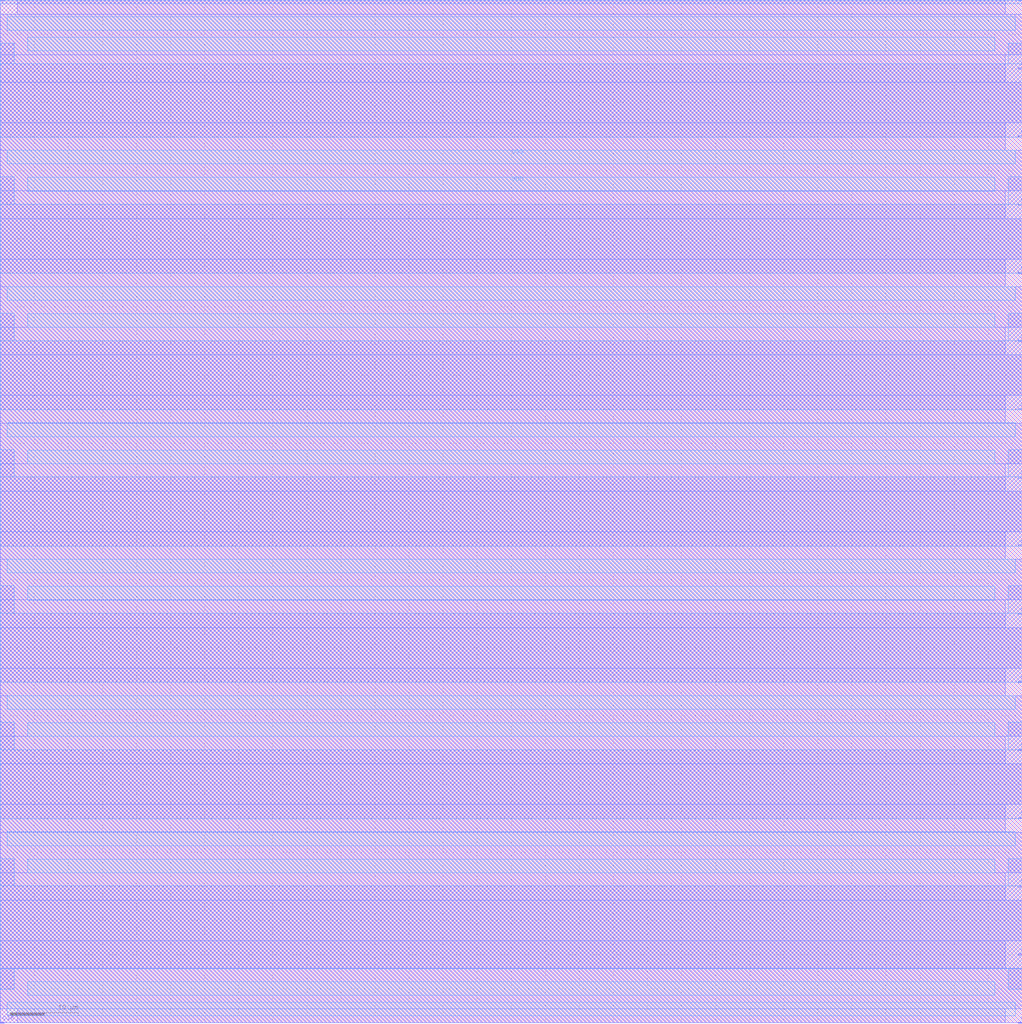
<source format=lef>
###############################################################
#  Generated by:      Cadence Innovus 21.10-p004_1
#  OS:                Linux x86_64(Host ID caen-vnc-mi07.engin.umich.edu)
#  Generated on:      Fri Mar 18 23:40:56 2022
#  Design:            mult_block
#  Command:           write_lef_abstract /afs/umich.edu/class/eecs627/w23/template_prj/mult_block/apr/data/mult_block.lef -specifyTopLayer 4 -stripePin -PGpinLayers 4
###############################################################

VERSION 5.8 ;

BUSBITCHARS "[]" ;
DIVIDERCHAR "/" ;

MACRO mult_block
  CLASS BLOCK ;
  SIZE 150.000000 BY 150.000000 ;
  FOREIGN mult_block 0.000000 0.000000 ;
  ORIGIN 0 0 ;
  SYMMETRY X Y R90 ;
  PIN clk
    DIRECTION INPUT ;
    USE SIGNAL ;
    ANTENNAPARTIALMETALAREA 0.16 LAYER M2  ;
    ANTENNAPARTIALMETALSIDEAREA 0.0016 LAYER M2  ;
    ANTENNAPARTIALCUTAREA 0.08 LAYER V2  ;
    ANTENNAPARTIALMETALAREA 0.2 LAYER M3  ;
    ANTENNAPARTIALMETALSIDEAREA 0.0024 LAYER M3  ;
    ANTENNAPARTIALCUTAREA 0.08 LAYER V3  ;
    ANTENNAPARTIALMETALAREA 4.36 LAYER M4  ;
    ANTENNAPARTIALMETALSIDEAREA 0.044 LAYER M4  ;
    ANTENNAMODEL OXIDE1 ;
    ANTENNAGATEAREA 0.8352 LAYER M4  ;
    ANTENNAMAXAREACAR 6.74138 LAYER M4  ;
    ANTENNAMAXSIDEAREACAR 0.0687021 LAYER M4  ;
    ANTENNAMAXCUTCAR 0.287356 LAYER V4  ;
    PORT
      LAYER M2 ;
        RECT 0.000000 -0.100000 0.600000 0.100000 ;
    END
  END clk
  PIN reset
    DIRECTION INPUT ;
    USE SIGNAL ;
    ANTENNAPARTIALMETALAREA 0.4 LAYER M2  ;
    ANTENNAPARTIALMETALSIDEAREA 0.004 LAYER M2  ;
    ANTENNAPARTIALCUTAREA 0.08 LAYER V2  ;
    ANTENNAPARTIALMETALAREA 10.2 LAYER M3  ;
    ANTENNAPARTIALMETALSIDEAREA 0.1024 LAYER M3  ;
    ANTENNAMODEL OXIDE1 ;
    ANTENNAGATEAREA 0.4176 LAYER M3  ;
    ANTENNAMAXAREACAR 30.1466 LAYER M3  ;
    ANTENNAMAXSIDEAREACAR 0.303975 LAYER M3  ;
    ANTENNAMAXCUTCAR 0.287356 LAYER V3  ;
    PORT
      LAYER M2 ;
        RECT 0.000000 149.900000 0.600000 150.100000 ;
    END
  END reset
  PIN signature[15]
    DIRECTION OUTPUT ;
    USE SIGNAL ;
    ANTENNAPARTIALMETALAREA 0.08 LAYER M3  ;
    ANTENNAPARTIALMETALSIDEAREA 0.0008 LAYER M3  ;
    ANTENNAPARTIALCUTAREA 0.04 LAYER V3  ;
    ANTENNADIFFAREA 3.046 LAYER M4  ;
    ANTENNAPARTIALMETALAREA 5 LAYER M4  ;
    ANTENNAPARTIALMETALSIDEAREA 0.0504 LAYER M4  ;
    ANTENNAMODEL OXIDE1 ;
    ANTENNAGATEAREA 0.5928 LAYER M4  ;
    ANTENNAMAXAREACAR 145.654 LAYER M4  ;
    ANTENNAMAXSIDEAREACAR 1.46274 LAYER M4  ;
    ANTENNAMAXCUTCAR 1.45637 LAYER V4  ;
    PORT
      LAYER M3 ;
        RECT 149.400000 149.900000 150.000000 150.100000 ;
    END
  END signature[15]
  PIN signature[14]
    DIRECTION OUTPUT ;
    USE SIGNAL ;
    ANTENNADIFFAREA 3.046 LAYER M3  ;
    ANTENNAPARTIALMETALAREA 2.76 LAYER M3  ;
    ANTENNAPARTIALMETALSIDEAREA 0.028 LAYER M3  ;
    ANTENNAMODEL OXIDE1 ;
    ANTENNAGATEAREA 0.2184 LAYER M3  ;
    ANTENNAMAXAREACAR 13.8901 LAYER M3  ;
    ANTENNAMAXSIDEAREACAR 0.142857 LAYER M3  ;
    ANTENNAMAXCUTCAR 0.549451 LAYER V3  ;
    PORT
      LAYER M3 ;
        RECT 149.400000 139.900000 150.000000 140.100000 ;
    END
  END signature[14]
  PIN signature[13]
    DIRECTION OUTPUT ;
    USE SIGNAL ;
    ANTENNAPARTIALMETALAREA 0.16 LAYER M3  ;
    ANTENNAPARTIALMETALSIDEAREA 0.0016 LAYER M3  ;
    ANTENNAPARTIALCUTAREA 0.08 LAYER V3  ;
    ANTENNADIFFAREA 3.046 LAYER M4  ;
    ANTENNAPARTIALMETALAREA 1.4 LAYER M4  ;
    ANTENNAPARTIALMETALSIDEAREA 0.0144 LAYER M4  ;
    ANTENNAMODEL OXIDE1 ;
    ANTENNAGATEAREA 0.2184 LAYER M4  ;
    ANTENNAMAXAREACAR 22.315 LAYER M4  ;
    ANTENNAMAXSIDEAREACAR 0.230769 LAYER M4  ;
    ANTENNAMAXCUTCAR 1.28205 LAYER V4  ;
    PORT
      LAYER M3 ;
        RECT 149.400000 129.900000 150.000000 130.100000 ;
    END
  END signature[13]
  PIN signature[12]
    DIRECTION OUTPUT ;
    USE SIGNAL ;
    ANTENNADIFFAREA 2.603 LAYER M3  ;
    ANTENNAPARTIALMETALAREA 1.48 LAYER M3  ;
    ANTENNAPARTIALMETALSIDEAREA 0.0152 LAYER M3  ;
    ANTENNAMODEL OXIDE1 ;
    ANTENNAGATEAREA 0.2184 LAYER M3  ;
    ANTENNAMAXAREACAR 8.0293 LAYER M3  ;
    ANTENNAMAXSIDEAREACAR 0.0842491 LAYER M3  ;
    ANTENNAMAXCUTCAR 0.549451 LAYER V3  ;
    PORT
      LAYER M3 ;
        RECT 149.400000 119.900000 150.000000 120.100000 ;
    END
  END signature[12]
  PIN signature[11]
    DIRECTION OUTPUT ;
    USE SIGNAL ;
    ANTENNADIFFAREA 3.046 LAYER M3  ;
    ANTENNAPARTIALMETALAREA 1.56 LAYER M3  ;
    ANTENNAPARTIALMETALSIDEAREA 0.016 LAYER M3  ;
    ANTENNAMODEL OXIDE1 ;
    ANTENNAGATEAREA 0.2184 LAYER M3  ;
    ANTENNAMAXAREACAR 13.5238 LAYER M3  ;
    ANTENNAMAXSIDEAREACAR 0.139194 LAYER M3  ;
    ANTENNAMAXCUTCAR 0.549451 LAYER V3  ;
    PORT
      LAYER M3 ;
        RECT 149.400000 109.900000 150.000000 110.100000 ;
    END
  END signature[11]
  PIN signature[10]
    DIRECTION OUTPUT ;
    USE SIGNAL ;
    ANTENNADIFFAREA 1.76 LAYER M3  ;
    ANTENNAPARTIALMETALAREA 0.68 LAYER M3  ;
    ANTENNAPARTIALMETALSIDEAREA 0.0072 LAYER M3  ;
    PORT
      LAYER M3 ;
        RECT 149.400000 99.900000 150.000000 100.100000 ;
    END
  END signature[10]
  PIN signature[9]
    DIRECTION OUTPUT ;
    USE SIGNAL ;
    ANTENNAPARTIALMETALAREA 0.16 LAYER M3  ;
    ANTENNAPARTIALMETALSIDEAREA 0.0016 LAYER M3  ;
    ANTENNAPARTIALCUTAREA 0.08 LAYER V3  ;
    ANTENNADIFFAREA 3.046 LAYER M4  ;
    ANTENNAPARTIALMETALAREA 1.4 LAYER M4  ;
    ANTENNAPARTIALMETALSIDEAREA 0.0144 LAYER M4  ;
    ANTENNAMODEL OXIDE1 ;
    ANTENNAGATEAREA 0.4368 LAYER M4  ;
    ANTENNAMAXAREACAR 13.2491 LAYER M4  ;
    ANTENNAMAXSIDEAREACAR 0.135531 LAYER M4  ;
    ANTENNAMAXCUTCAR 0.549451 LAYER V4  ;
    PORT
      LAYER M3 ;
        RECT 149.400000 89.900000 150.000000 90.100000 ;
    END
  END signature[9]
  PIN signature[8]
    DIRECTION OUTPUT ;
    USE SIGNAL ;
    ANTENNAPARTIALMETALAREA 0.16 LAYER M3  ;
    ANTENNAPARTIALMETALSIDEAREA 0.0016 LAYER M3  ;
    ANTENNAPARTIALCUTAREA 0.08 LAYER V3  ;
    ANTENNADIFFAREA 3.046 LAYER M4  ;
    ANTENNAPARTIALMETALAREA 1.4 LAYER M4  ;
    ANTENNAPARTIALMETALSIDEAREA 0.0144 LAYER M4  ;
    ANTENNAMODEL OXIDE1 ;
    ANTENNAGATEAREA 0.2184 LAYER M4  ;
    ANTENNAMAXAREACAR 12.7912 LAYER M4  ;
    ANTENNAMAXSIDEAREACAR 0.135531 LAYER M4  ;
    ANTENNAMAXCUTCAR 0.915751 LAYER V4  ;
    PORT
      LAYER M3 ;
        RECT 149.400000 79.900000 150.000000 80.100000 ;
    END
  END signature[8]
  PIN signature[7]
    DIRECTION OUTPUT ;
    USE SIGNAL ;
    ANTENNAPARTIALMETALAREA 0.16 LAYER M3  ;
    ANTENNAPARTIALMETALSIDEAREA 0.0016 LAYER M3  ;
    ANTENNAPARTIALCUTAREA 0.08 LAYER V3  ;
    ANTENNADIFFAREA 3.046 LAYER M4  ;
    ANTENNAPARTIALMETALAREA 1.4 LAYER M4  ;
    ANTENNAPARTIALMETALSIDEAREA 0.0144 LAYER M4  ;
    ANTENNAMODEL OXIDE1 ;
    ANTENNAGATEAREA 0.2184 LAYER M4  ;
    ANTENNAMAXAREACAR 12.7912 LAYER M4  ;
    ANTENNAMAXSIDEAREACAR 0.135531 LAYER M4  ;
    ANTENNAMAXCUTCAR 0.915751 LAYER V4  ;
    PORT
      LAYER M3 ;
        RECT 149.400000 69.900000 150.000000 70.100000 ;
    END
  END signature[7]
  PIN signature[6]
    DIRECTION OUTPUT ;
    USE SIGNAL ;
    ANTENNADIFFAREA 3.046 LAYER M3  ;
    ANTENNAPARTIALMETALAREA 1.92 LAYER M3  ;
    ANTENNAPARTIALMETALSIDEAREA 0.02 LAYER M3  ;
    ANTENNAMODEL OXIDE1 ;
    ANTENNAGATEAREA 0.2184 LAYER M3  ;
    ANTENNAMAXAREACAR 10.7766 LAYER M3  ;
    ANTENNAMAXSIDEAREACAR 0.113553 LAYER M3  ;
    ANTENNAMAXCUTCAR 0.549451 LAYER V3  ;
    PORT
      LAYER M3 ;
        RECT 149.400000 59.900000 150.000000 60.100000 ;
    END
  END signature[6]
  PIN signature[5]
    DIRECTION OUTPUT ;
    USE SIGNAL ;
    ANTENNAPARTIALMETALAREA 0.16 LAYER M3  ;
    ANTENNAPARTIALMETALSIDEAREA 0.0016 LAYER M3  ;
    ANTENNAPARTIALCUTAREA 0.08 LAYER V3  ;
    ANTENNADIFFAREA 3.046 LAYER M4  ;
    ANTENNAPARTIALMETALAREA 1.4 LAYER M4  ;
    ANTENNAPARTIALMETALSIDEAREA 0.0144 LAYER M4  ;
    ANTENNAMODEL OXIDE1 ;
    ANTENNAGATEAREA 0.2184 LAYER M4  ;
    ANTENNAMAXAREACAR 14.4396 LAYER M4  ;
    ANTENNAMAXSIDEAREACAR 0.150183 LAYER M4  ;
    ANTENNAMAXCUTCAR 0.915751 LAYER V4  ;
    PORT
      LAYER M3 ;
        RECT 149.400000 49.900000 150.000000 50.100000 ;
    END
  END signature[5]
  PIN signature[4]
    DIRECTION OUTPUT ;
    USE SIGNAL ;
    ANTENNAPARTIALMETALAREA 0.16 LAYER M3  ;
    ANTENNAPARTIALMETALSIDEAREA 0.0016 LAYER M3  ;
    ANTENNAPARTIALCUTAREA 0.08 LAYER V3  ;
    ANTENNADIFFAREA 3.046 LAYER M4  ;
    ANTENNAPARTIALMETALAREA 1.48 LAYER M4  ;
    ANTENNAPARTIALMETALSIDEAREA 0.0152 LAYER M4  ;
    ANTENNAMODEL OXIDE1 ;
    ANTENNAGATEAREA 0.2184 LAYER M4  ;
    ANTENNAMAXAREACAR 14.8059 LAYER M4  ;
    ANTENNAMAXSIDEAREACAR 0.153846 LAYER M4  ;
    ANTENNAMAXCUTCAR 0.915751 LAYER V4  ;
    PORT
      LAYER M3 ;
        RECT 149.400000 39.900000 150.000000 40.100000 ;
    END
  END signature[4]
  PIN signature[3]
    DIRECTION OUTPUT ;
    USE SIGNAL ;
    ANTENNADIFFAREA 3.046 LAYER M3  ;
    ANTENNAPARTIALMETALAREA 0.84 LAYER M3  ;
    ANTENNAPARTIALMETALSIDEAREA 0.0088 LAYER M3  ;
    ANTENNAMODEL OXIDE1 ;
    ANTENNAGATEAREA 0.2184 LAYER M3  ;
    ANTENNAMAXAREACAR 9.86081 LAYER M3  ;
    ANTENNAMAXSIDEAREACAR 0.102564 LAYER M3  ;
    ANTENNAMAXCUTCAR 0.549451 LAYER V3  ;
    PORT
      LAYER M3 ;
        RECT 149.400000 29.900000 150.000000 30.100000 ;
    END
  END signature[3]
  PIN signature[2]
    DIRECTION OUTPUT ;
    USE SIGNAL ;
    ANTENNADIFFAREA 3.046 LAYER M3  ;
    ANTENNAPARTIALMETALAREA 1.2 LAYER M3  ;
    ANTENNAPARTIALMETALSIDEAREA 0.0128 LAYER M3  ;
    ANTENNAMODEL OXIDE1 ;
    ANTENNAGATEAREA 0.2184 LAYER M3  ;
    ANTENNAMAXAREACAR 6.74725 LAYER M3  ;
    ANTENNAMAXSIDEAREACAR 0.0732601 LAYER M3  ;
    ANTENNAMAXCUTCAR 0.549451 LAYER V3  ;
    PORT
      LAYER M3 ;
        RECT 149.400000 19.900000 150.000000 20.100000 ;
    END
  END signature[2]
  PIN signature[1]
    DIRECTION OUTPUT ;
    USE SIGNAL ;
    ANTENNADIFFAREA 3.046 LAYER M3  ;
    ANTENNAPARTIALMETALAREA 2.44 LAYER M3  ;
    ANTENNAPARTIALMETALSIDEAREA 0.0248 LAYER M3  ;
    ANTENNAMODEL OXIDE1 ;
    ANTENNAGATEAREA 0.2184 LAYER M3  ;
    ANTENNAMAXAREACAR 19.3846 LAYER M3  ;
    ANTENNAMAXSIDEAREACAR 0.197802 LAYER M3  ;
    ANTENNAMAXCUTCAR 0.549451 LAYER V3  ;
    PORT
      LAYER M3 ;
        RECT 149.400000 9.900000 150.000000 10.100000 ;
    END
  END signature[1]
  PIN signature[0]
    DIRECTION OUTPUT ;
    USE SIGNAL ;
    ANTENNAPARTIALMETALAREA 0.16 LAYER M3  ;
    ANTENNAPARTIALMETALSIDEAREA 0.0016 LAYER M3  ;
    ANTENNAPARTIALCUTAREA 0.08 LAYER V3  ;
    ANTENNADIFFAREA 3.046 LAYER M4  ;
    ANTENNAPARTIALMETALAREA 3.8 LAYER M4  ;
    ANTENNAPARTIALMETALSIDEAREA 0.0384 LAYER M4  ;
    ANTENNAMODEL OXIDE1 ;
    ANTENNAGATEAREA 0.2184 LAYER M4  ;
    ANTENNAMAXAREACAR 24.696 LAYER M4  ;
    ANTENNAMAXSIDEAREACAR 0.252747 LAYER M4  ;
    ANTENNAMAXCUTCAR 0.915751 LAYER V4  ;
    PORT
      LAYER M3 ;
        RECT 149.400000 -0.100000 150.000000 0.100000 ;
    END
  END signature[0]
  PIN VSS
    DIRECTION INOUT ;
    USE GROUND ;

# P/G power stripe data as pin
    PORT
      LAYER M4 ;
        RECT 1.000000 1.000000 149.000000 3.000000 ;
        RECT 1.000000 26.000000 149.000000 28.000000 ;
        RECT 1.000000 46.000000 149.000000 48.000000 ;
        RECT 1.000000 66.000000 149.000000 68.000000 ;
        RECT 1.000000 86.000000 149.000000 88.000000 ;
        RECT 1.000000 106.000000 149.000000 108.000000 ;
        RECT 1.000000 145.600000 149.000000 147.600000 ;
        RECT 1.000000 126.000000 149.000000 128.000000 ;
    END
# end of P/G power stripe data as pin

  END VSS
  PIN VDD
    DIRECTION INOUT ;
    USE POWER ;

# P/G power stripe data as pin
    PORT
      LAYER M4 ;
        RECT 4.000000 4.000000 146.000000 6.000000 ;
        RECT 4.000000 22.000000 146.000000 24.000000 ;
        RECT 4.000000 42.000000 146.000000 44.000000 ;
        RECT 4.000000 62.000000 146.000000 64.000000 ;
        RECT 4.000000 82.000000 146.000000 84.000000 ;
        RECT 4.000000 102.000000 146.000000 104.000000 ;
        RECT 4.000000 142.600000 146.000000 144.600000 ;
        RECT 4.000000 122.000000 146.000000 124.000000 ;
    END
# end of P/G power stripe data as pin

  END VDD
  OBS
    LAYER M1 ;
      RECT 0.000000 0.000000 150.000000 150.000000 ;
    LAYER M2 ;
      RECT 2.520000 147.980000 150.000000 150.000000 ;
      RECT 0.000000 2.020000 150.000000 147.980000 ;
      RECT 2.520000 0.000000 150.000000 2.020000 ;
    LAYER M3 ;
      RECT 0.000000 147.980000 147.480000 150.000000 ;
      RECT 0.000000 142.020000 150.000000 147.980000 ;
      RECT 0.000000 137.980000 147.480000 142.020000 ;
      RECT 0.000000 132.020000 150.000000 137.980000 ;
      RECT 0.000000 127.980000 147.480000 132.020000 ;
      RECT 0.000000 122.020000 150.000000 127.980000 ;
      RECT 0.000000 117.980000 147.480000 122.020000 ;
      RECT 0.000000 112.020000 150.000000 117.980000 ;
      RECT 0.000000 107.980000 147.480000 112.020000 ;
      RECT 0.000000 102.020000 150.000000 107.980000 ;
      RECT 0.000000 97.980000 147.480000 102.020000 ;
      RECT 0.000000 92.020000 150.000000 97.980000 ;
      RECT 0.000000 87.980000 147.480000 92.020000 ;
      RECT 0.000000 82.020000 150.000000 87.980000 ;
      RECT 0.000000 77.980000 147.480000 82.020000 ;
      RECT 0.000000 72.020000 150.000000 77.980000 ;
      RECT 0.000000 67.980000 147.480000 72.020000 ;
      RECT 0.000000 62.020000 150.000000 67.980000 ;
      RECT 0.000000 57.980000 147.480000 62.020000 ;
      RECT 0.000000 52.020000 150.000000 57.980000 ;
      RECT 0.000000 47.980000 147.480000 52.020000 ;
      RECT 0.000000 42.020000 150.000000 47.980000 ;
      RECT 0.000000 37.980000 147.480000 42.020000 ;
      RECT 0.000000 32.020000 150.000000 37.980000 ;
      RECT 0.000000 27.980000 147.480000 32.020000 ;
      RECT 0.000000 22.020000 150.000000 27.980000 ;
      RECT 0.000000 17.980000 147.480000 22.020000 ;
      RECT 0.000000 12.020000 150.000000 17.980000 ;
      RECT 0.000000 7.980000 147.480000 12.020000 ;
      RECT 0.000000 2.020000 150.000000 7.980000 ;
      RECT 0.000000 0.000000 147.480000 2.020000 ;
    LAYER M4 ;
      RECT 0.000000 149.520000 150.000000 150.000000 ;
      RECT 147.920000 140.680000 150.000000 143.680000 ;
      RECT 0.000000 140.680000 2.080000 143.680000 ;
      RECT 0.000000 129.920000 150.000000 140.680000 ;
      RECT 147.920000 120.080000 150.000000 124.080000 ;
      RECT 0.000000 120.080000 2.080000 124.080000 ;
      RECT 0.000000 109.920000 150.000000 120.080000 ;
      RECT 147.920000 100.080000 150.000000 104.080000 ;
      RECT 0.000000 100.080000 2.080000 104.080000 ;
      RECT 0.000000 89.920000 150.000000 100.080000 ;
      RECT 147.920000 80.080000 150.000000 84.080000 ;
      RECT 0.000000 80.080000 2.080000 84.080000 ;
      RECT 0.000000 69.920000 150.000000 80.080000 ;
      RECT 147.920000 60.080000 150.000000 64.080000 ;
      RECT 0.000000 60.080000 2.080000 64.080000 ;
      RECT 0.000000 49.920000 150.000000 60.080000 ;
      RECT 147.920000 40.080000 150.000000 44.080000 ;
      RECT 0.000000 40.080000 2.080000 44.080000 ;
      RECT 0.000000 29.920000 150.000000 40.080000 ;
      RECT 147.920000 20.080000 150.000000 24.080000 ;
      RECT 0.000000 20.080000 2.080000 24.080000 ;
      RECT 0.000000 7.920000 150.000000 20.080000 ;
      RECT 147.920000 4.920000 150.000000 7.920000 ;
      RECT 0.000000 4.920000 2.080000 7.920000 ;
  END
END mult_block

END LIBRARY

</source>
